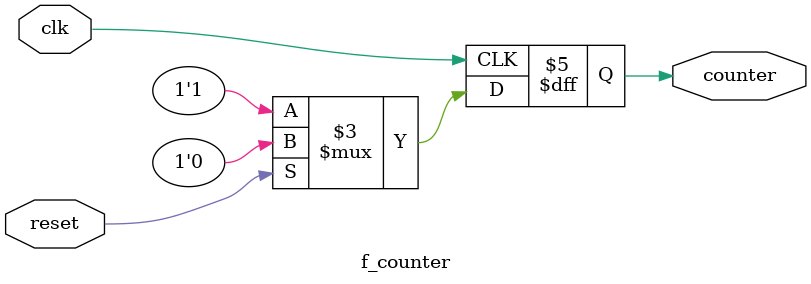
<source format=v>
`timescale 1ns / 1ps
`default_nettype none
module f_counter(
    input wire clk,
    input wire reset,
    output reg counter
    );
	always @(posedge clk) begin	
		if (reset) counter <= 0;
		else counter <= 1;
	end

endmodule

</source>
